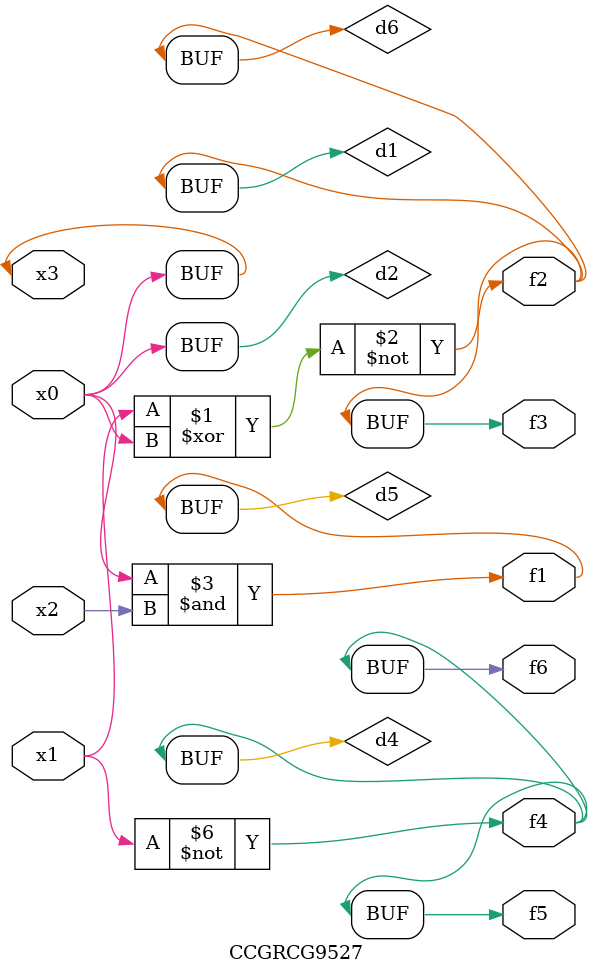
<source format=v>
module CCGRCG9527(
	input x0, x1, x2, x3,
	output f1, f2, f3, f4, f5, f6
);

	wire d1, d2, d3, d4, d5, d6;

	xnor (d1, x1, x3);
	buf (d2, x0, x3);
	nand (d3, x0, x2);
	not (d4, x1);
	nand (d5, d3);
	or (d6, d1);
	assign f1 = d5;
	assign f2 = d6;
	assign f3 = d6;
	assign f4 = d4;
	assign f5 = d4;
	assign f6 = d4;
endmodule

</source>
